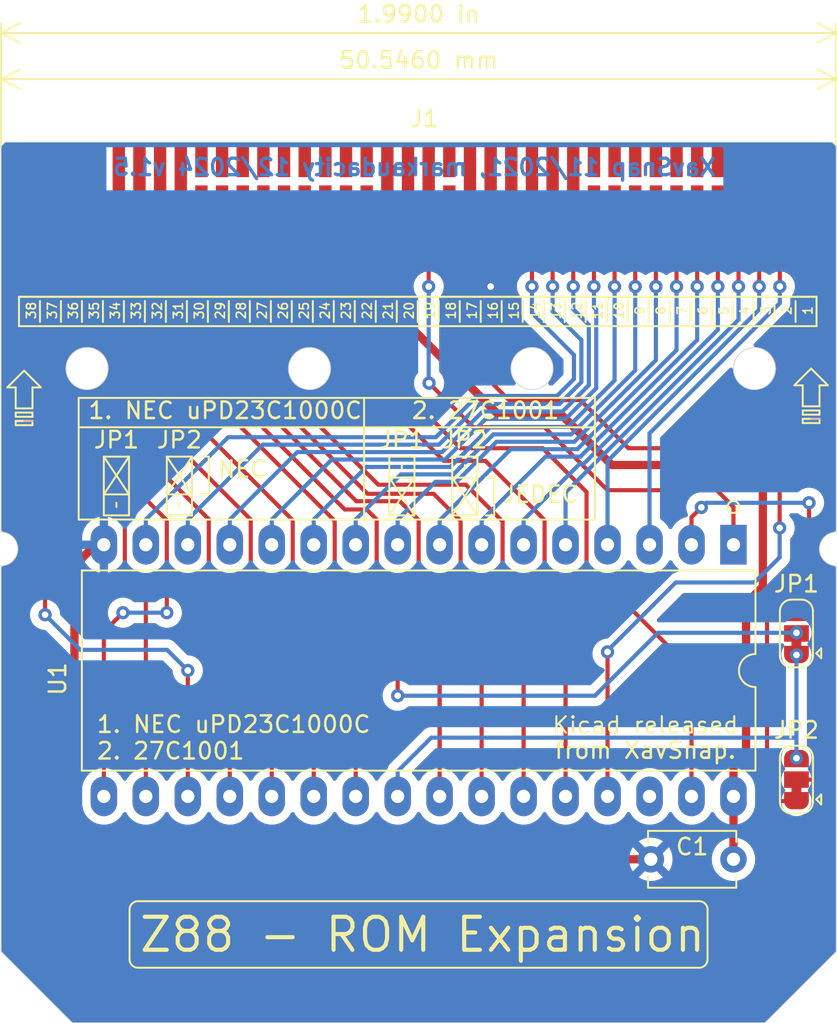
<source format=kicad_pcb>
(kicad_pcb (version 20240108) (generator "pcbnew") (generator_version "8.0")
  (layers (0 "F.Cu" signal) (31 "B.Cu" signal) (34 "B.Paste" user) (35 "F.Paste" user) (36 "B.SilkS" user "B.Silkscreen") (37 "F.SilkS" user "F.Silkscreen") (38 "B.Mask" user) (39 "F.Mask" user) (44 "Edge.Cuts" user))
  (net 0 "")
  (net 1 "GND")
  (net 2 "VCC")
  (net 3 "/D2")
  (net 4 "/D1")
  (net 5 "/A14")
  (net 6 "/D0")
  (net 7 "/A13")
  (net 8 "/A0")
  (net 9 "/A8")
  (net 10 "/A1")
  (net 11 "/A9")
  (net 12 "/A2")
  (net 13 "/A11")
  (net 14 "/A3")
  (net 15 "/A4")
  (net 16 "/A10")
  (net 17 "/A5")
  (net 18 "/A6")
  (net 19 "/D7")
  (net 20 "/A7")
  (net 21 "/D6")
  (net 22 "/A12")
  (net 23 "/D5")
  (net 24 "/A15")
  (net 25 "/D4")
  (net 26 "/A16")
  (net 27 "/D3")
  (net 28 "/~{SE1}")
  (net 29 "/Vpp")
  (net 30 "/WEL")
  (net 31 "/ROE")
  (footprint "Package_DIP:DIP-32_W15.24mm_LongPads" (layer "F.Cu") (at 160.02 87.376 -90)
    (property "Reference" "U1")
    (property "Value" "NEC_ROM")
  )
  (footprint "Capacitor_THT:C_Disc_D5.1mm_W3.2mm_P5.00mm" (layer "F.Cu") (at 155.02 106.426)
    (property "Reference" "C1")
    (property "Value" "100nF")
  )
  (footprint "Jumper:SolderJumper-3_P1.3mm_Bridged12_RoundedPad1.0x1.5mm" (layer "F.Cu") (at 163.83 101.6 90)
    (property "Reference" "JP2")
    (property "Value" "SolderJumper-3_RoundedPad1.0x1.5mm" (hide yes))
  )
  (footprint "Z88_Connector:Z88_connector" (layer "F.Cu") (at 117.826 64.117)
    (property "Reference" "J1")
    (property "Value" "Z88_connector")
  )
  (footprint "Jumper:SolderJumper-3_P1.3mm_Bridged12_RoundedPad1.0x1.5mm" (layer "F.Cu") (at 163.83 92.75 90)
    (property "Reference" "JP1")
    (property "Value" "SolderJumper-3_P1.3mm_Bridged12_RoundedPad1.0x1.5mm" (hide yes))
  )
  (gr_line (start 164.719 79.756) (end 165.227 79.756) (stroke (width 0.12)) (layer "B.SilkS"))
  (gr_line (start 117.094 79.883) (end 117.602 79.883) (stroke (width 0.12)) (layer "B.SilkS"))
  (gr_line (start 116.786 72.363) (end 116.786 74.141) (stroke (width 0.12)) (layer "F.SilkS"))
  (gr_line (start 165.046 72.363) (end 116.786 72.363) (stroke (width 0.12)) (layer "F.SilkS"))
  (gr_line (start 165.046 74.141) (end 165.046 72.617) (stroke (width 0.12)) (layer "F.SilkS"))
  (gr_line (start 116.786 74.141) (end 165.046 74.141) (stroke (width 0.12)) (layer "F.SilkS"))
  (gr_line (start 120.596 72.617) (end 120.596 73.887) (stroke (width 0.12)) (layer "F.SilkS"))
  (gr_line (start 121.866 72.617) (end 121.866 73.887) (stroke (width 0.12)) (layer "F.SilkS"))
  (gr_line (start 123.136 72.617) (end 123.136 73.887) (stroke (width 0.12)) (layer "F.SilkS"))
  (gr_line (start 119.326 72.617) (end 119.326 73.887) (stroke (width 0.12)) (layer "F.SilkS"))
  (gr_line (start 124.406 72.617) (end 124.406 73.887) (stroke (width 0.12)) (layer "F.SilkS"))
  (gr_line (start 125.676 72.617) (end 125.676 73.887) (stroke (width 0.12)) (layer "F.SilkS"))
  (gr_line (start 126.946 72.617) (end 126.946 73.887) (stroke (width 0.12)) (layer "F.SilkS"))
  (gr_line (start 128.216 72.617) (end 128.216 73.887) (stroke (width 0.12)) (layer "F.SilkS"))
  (gr_line (start 118.056 72.617) (end 118.056 73.887) (stroke (width 0.12)) (layer "F.SilkS"))
  (gr_line (start 129.486 72.617) (end 129.486 73.887) (stroke (width 0.12)) (layer "F.SilkS"))
  (gr_line (start 130.756 72.617) (end 130.756 73.887) (stroke (width 0.12)) (layer "F.SilkS"))
  (gr_line (start 132.026 72.617) (end 132.026 73.887) (stroke (width 0.12)) (layer "F.SilkS"))
  (gr_line (start 133.296 72.617) (end 133.296 73.887) (stroke (width 0.12)) (layer "F.SilkS"))
  (gr_line (start 134.566 72.617) (end 134.566 73.887) (stroke (width 0.12)) (layer "F.SilkS"))
  (gr_line (start 135.836 72.617) (end 135.836 73.887) (stroke (width 0.12)) (layer "F.SilkS"))
  (gr_line (start 137.106 72.617) (end 137.106 73.887) (stroke (width 0.12)) (layer "F.SilkS"))
  (gr_line (start 165.046 72.617) (end 165.046 72.363) (stroke (width 0.12)) (layer "F.SilkS"))
  (gr_line (start 138.376 72.617) (end 138.376 73.887) (stroke (width 0.12)) (layer "F.SilkS"))
  (gr_line (start 156.156 72.617) (end 156.156 73.887) (stroke (width 0.12)) (layer "F.SilkS"))
  (gr_line (start 161.236 72.617) (end 161.236 73.887) (stroke (width 0.12)) (layer "F.SilkS"))
  (gr_line (start 142.186 72.617) (end 142.186 73.887) (stroke (width 0.12)) (layer "F.SilkS"))
  (gr_line (start 153.616 72.617) (end 153.616 73.887) (stroke (width 0.12)) (layer "F.SilkS"))
  (gr_line (start 149.806 72.617) (end 149.806 73.887) (stroke (width 0.12)) (layer "F.SilkS"))
  (gr_line (start 152.346 72.617) (end 152.346 73.887) (stroke (width 0.12)) (layer "F.SilkS"))
  (gr_line (start 147.266 72.617) (end 147.266 73.887) (stroke (width 0.12)) (layer "F.SilkS"))
  (gr_line (start 145.996 72.617) (end 145.996 73.887) (stroke (width 0.12)) (layer "F.SilkS"))
  (gr_line (start 159.966 72.617) (end 159.966 73.887) (stroke (width 0.12)) (layer "F.SilkS"))
  (gr_line (start 140.916 72.617) (end 140.916 73.887) (stroke (width 0.12)) (layer "F.SilkS"))
  (gr_line (start 162.506 72.617) (end 162.506 73.887) (stroke (width 0.12)) (layer "F.SilkS"))
  (gr_line (start 143.456 72.617) (end 143.456 73.887) (stroke (width 0.12)) (layer "F.SilkS"))
  (gr_line (start 157.426 72.617) (end 157.426 73.887) (stroke (width 0.12)) (layer "F.SilkS"))
  (gr_line (start 158.696 72.617) (end 158.696 73.887) (stroke (width 0.12)) (layer "F.SilkS"))
  (gr_line (start 163.776 72.617) (end 163.776 73.887) (stroke (width 0.12)) (layer "F.SilkS"))
  (gr_line (start 151.076 72.617) (end 151.076 73.887) (stroke (width 0.12)) (layer "F.SilkS"))
  (gr_line (start 144.726 72.617) (end 144.726 73.887) (stroke (width 0.12)) (layer "F.SilkS"))
  (gr_line (start 148.536 72.617) (end 148.536 73.887) (stroke (width 0.12)) (layer "F.SilkS"))
  (gr_line (start 139.646 72.617) (end 139.646 73.887) (stroke (width 0.12)) (layer "F.SilkS"))
  (gr_line (start 154.886 72.617) (end 154.886 73.887) (stroke (width 0.12)) (layer "F.SilkS"))
  (gr_line (start 164.719 79.756) (end 164.211 79.756) (stroke (width 0.12)) (layer "F.SilkS"))
  (gr_line (start 165.735 77.724) (end 165.227 77.724) (stroke (width 0.12)) (layer "F.SilkS"))
  (gr_line (start 165.227 79.502) (end 164.719 79.502) (stroke (width 0.12)) (layer "F.SilkS"))
  (gr_line (start 165.227 79.756) (end 165.227 80.01) (stroke (width 0.12)) (layer "F.SilkS"))
  (gr_line (start 165.227 79.248) (end 164.719 79.248) (stroke (width 0.12)) (layer "F.SilkS"))
  (gr_line (start 165.227 77.724) (end 165.227 78.994) (stroke (width 0.12)) (layer "F.SilkS"))
  (gr_line (start 164.719 76.708) (end 165.735 77.724) (stroke (width 0.12)) (layer "F.SilkS"))
  (gr_line (start 165.227 80.01) (end 164.719 80.01) (stroke (width 0.12)) (layer "F.SilkS"))
  (gr_line (start 165.227 79.248) (end 165.227 79.502) (stroke (width 0.12)) (layer "F.SilkS"))
  (gr_line (start 165.227 78.994) (end 164.719 78.994) (stroke (width 0.12)) (layer "F.SilkS"))
  (gr_line (start 165.227 79.756) (end 164.719 79.756) (stroke (width 0.12)) (layer "F.SilkS"))
  (gr_line (start 116.586 79.629) (end 117.094 79.629) (stroke (width 0.12)) (layer "F.SilkS"))
  (gr_line (start 116.586 80.137) (end 117.094 80.137) (stroke (width 0.12)) (layer "F.SilkS"))
  (gr_line (start 116.586 77.851) (end 116.586 79.121) (stroke (width 0.12)) (layer "F.SilkS"))
  (gr_line (start 116.586 79.883) (end 117.094 79.883) (stroke (width 0.12)) (layer "F.SilkS"))
  (gr_line (start 116.078 77.851) (end 116.586 77.851) (stroke (width 0.12)) (layer "F.SilkS"))
  (gr_line (start 116.586 79.883) (end 116.586 80.137) (stroke (width 0.12)) (layer "F.SilkS"))
  (gr_line (start 117.094 76.835) (end 116.078 77.851) (stroke (width 0.12)) (layer "F.SilkS"))
  (gr_line (start 116.586 79.375) (end 117.094 79.375) (stroke (width 0.12)) (layer "F.SilkS"))
  (gr_line (start 117.094 79.883) (end 116.586 79.883) (stroke (width 0.12)) (layer "F.SilkS"))
  (gr_line (start 116.586 79.375) (end 116.586 79.629) (stroke (width 0.12)) (layer "F.SilkS"))
  (gr_line (start 116.586 79.121) (end 117.094 79.121) (stroke (width 0.12)) (layer "F.SilkS"))
  (gr_line (start 118.11 77.851) (end 117.602 77.851) (stroke (width 0.12)) (layer "F.SilkS"))
  (gr_line (start 117.602 79.629) (end 117.094 79.629) (stroke (width 0.12)) (layer "F.SilkS"))
  (gr_line (start 117.602 79.375) (end 117.094 79.375) (stroke (width 0.12)) (layer "F.SilkS"))
  (gr_line (start 117.602 77.851) (end 117.602 79.121) (stroke (width 0.12)) (layer "F.SilkS"))
  (gr_line (start 117.602 79.883) (end 117.094 79.883) (stroke (width 0.12)) (layer "F.SilkS"))
  (gr_line (start 117.602 79.121) (end 117.094 79.121) (stroke (width 0.12)) (layer "F.SilkS"))
  (gr_line (start 117.094 76.835) (end 118.11 77.851) (stroke (width 0.12)) (layer "F.SilkS"))
  (gr_line (start 117.602 80.137) (end 117.094 80.137) (stroke (width 0.12)) (layer "F.SilkS"))
  (gr_line (start 117.602 79.883) (end 117.602 80.137) (stroke (width 0.12)) (layer "F.SilkS"))
  (gr_line (start 117.602 79.375) (end 117.602 79.629) (stroke (width 0.12)) (layer "F.SilkS"))
  (gr_line (start 123.444 82.042) (end 121.92 82.042) (stroke (width 0.12)) (layer "F.SilkS"))
  (gr_line (start 121.92 84.328) (end 123.444 82.042) (stroke (width 0.12)) (layer "F.SilkS"))
  (gr_line (start 121.92 82.042) (end 123.444 84.328) (stroke (width 0.12)) (layer "F.SilkS"))
  (gr_line (start 125.73 82.042) (end 125.73 85.598) (stroke (width 0.12)) (layer "F.SilkS"))
  (gr_line (start 127.254 85.598) (end 127.254 82.042) (stroke (width 0.12)) (layer "F.SilkS"))
  (gr_line (start 126.492 85.09) (end 126.492 84.836) (stroke (width 0.12)) (layer "F.SilkS"))
  (gr_line (start 125.73 82.042) (end 127.254 84.328) (stroke (width 0.12)) (layer "F.SilkS"))
  (gr_line (start 125.73 84.328) (end 127.254 82.042) (stroke (width 0.12)) (layer "F.SilkS"))
  (gr_line (start 125.73 84.328) (end 127.254 84.328) (stroke (width 0.12)) (layer "F.SilkS"))
  (gr_line (start 127.254 82.042) (end 125.73 82.042) (stroke (width 0.12)) (layer "F.SilkS"))
  (gr_line (start 125.73 85.598) (end 127.254 85.598) (stroke (width 0.12)) (layer "F.SilkS"))
  (gr_line (start 127.762 82.042) (end 128.016 82.042) (stroke (width 0.12)) (layer "F.SilkS"))
  (gr_line (start 144.526 85.598) (end 144.526 82.042) (stroke (width 0.12)) (layer "F.SilkS"))
  (gr_line (start 143.002 82.042) (end 143.002 85.598) (stroke (width 0.12)) (layer "F.SilkS"))
  (gr_line (start 143.764 82.55) (end 143.764 82.804) (stroke (width 0.12)) (layer "F.SilkS"))
  (gr_line (start 144.526 85.598) (end 143.002 83.312) (stroke (width 0.12)) (layer "F.SilkS"))
  (gr_line (start 139.954 82.55) (end 139.954 82.804) (stroke (width 0.12)) (layer "F.SilkS"))
  (gr_line (start 144.526 83.312) (end 143.002 85.598) (stroke (width 0.12)) (layer "F.SilkS"))
  (gr_line (start 144.526 83.312) (end 143.002 83.312) (stroke (width 0.12)) (layer "F.SilkS"))
  (gr_line (start 143.002 85.598) (end 144.526 85.598) (stroke (width 0.12)) (layer "F.SilkS"))
  (gr_line (start 139.192 82.042) (end 139.192 85.598) (stroke (width 0.12)) (layer "F.SilkS"))
  (gr_line (start 140.716 85.598) (end 139.192 83.312) (stroke (width 0.12)) (layer "F.SilkS"))
  (gr_line (start 140.716 83.312) (end 139.192 85.598) (stroke (width 0.12)) (layer "F.SilkS"))
  (gr_line (start 144.526 82.042) (end 143.002 82.042) (stroke (width 0.12)) (layer "F.SilkS"))
  (gr_line (start 140.716 85.598) (end 140.716 82.042) (stroke (width 0.12)) (layer "F.SilkS"))
  (gr_line (start 145.542 85.598) (end 145.034 85.598) (stroke (width 0.12)) (layer "F.SilkS"))
  (gr_line (start 145.288 83.312) (end 145.542 83.312) (stroke (width 0.12)) (layer "F.SilkS"))
  (gr_line (start 139.192 85.598) (end 140.716 85.598) (stroke (width 0.12)) (layer "F.SilkS"))
  (gr_line (start 140.716 82.042) (end 139.192 82.042) (stroke (width 0.12)) (layer "F.SilkS"))
  (gr_line (start 145.034 83.312) (end 145.288 83.312) (stroke (width 0.12)) (layer "F.SilkS"))
  (gr_line (start 145.542 83.312) (end 145.542 85.598) (stroke (width 0.12)) (layer "F.SilkS"))
  (gr_line (start 140.716 83.312) (end 139.192 83.312) (stroke (width 0.12)) (layer "F.SilkS"))
  (gr_line (start 151.638 78.486) (end 151.638 80.264) (stroke (width 0.12)) (layer "F.SilkS"))
  (gr_line (start 120.396 78.486) (end 120.396 80.264) (stroke (width 0.12)) (layer "F.SilkS"))
  (gr_line (start 123.444 85.598) (end 123.444 82.042) (stroke (width 0.12)) (layer "F.SilkS"))
  (gr_circle (center 160.02 85.09) (end 160.274 85.344) (stroke (width 0.12)) (fill none) (layer "F.SilkS"))
  (gr_line (start 164.211 79.756) (end 164.719 79.756) (stroke (width 0.12)) (layer "F.SilkS"))
  (gr_line (start 151.638 85.852) (end 120.396 85.852) (stroke (width 0.12)) (layer "F.SilkS"))
  (gr_line (start 123.477 112.484) (end 123.477 109.472) (stroke (width 0.12)) (layer "F.SilkS"))
  (gr_line (start 158.451 109.472) (end 158.451 112.484) (stroke (width 0.12)) (layer "F.SilkS"))
  (gr_line (start 128.27 82.042) (end 128.27 84.328) (stroke (width 0.12)) (layer "F.SilkS"))
  (gr_line (start 157.943 112.992) (end 123.985 112.992) (stroke (width 0.12)) (layer "F.SilkS"))
  (gr_line (start 151.638 80.264) (end 151.638 85.852) (stroke (width 0.12)) (layer "F.SilkS"))
  (gr_line (start 164.211 80.01) (end 164.719 80.01) (stroke (width 0.12)) (layer "F.SilkS"))
  (gr_line (start 164.211 79.248) (end 164.719 79.248) (stroke (width 0.12)) (layer "F.SilkS"))
  (gr_line (start 120.396 80.264) (end 151.638 80.264) (stroke (width 0.12)) (layer "F.SilkS"))
  (gr_line (start 128.27 84.328) (end 127.762 84.328) (stroke (width 0.12)) (layer "F.SilkS"))
  (gr_arc (start 123.985 112.992) (mid 123.62579 112.84321) (end 123.477 112.484) (stroke (width 0.12)) (layer "F.SilkS"))
  (gr_line (start 116.786 72.363) (end 165.046 72.363) (stroke (width 0.12)) (layer "F.SilkS"))
  (gr_line (start 121.92 85.598) (end 123.444 85.598) (stroke (width 0.12)) (layer "F.SilkS"))
  (gr_line (start 137.668 80.264) (end 137.668 78.486) (stroke (width 0.12)) (layer "F.SilkS"))
  (gr_line (start 137.668 78.486) (end 120.396 78.486) (stroke (width 0.12)) (layer "F.SilkS"))
  (gr_arc (start 157.943 108.964) (mid 158.30221 109.11279) (end 158.451 109.472) (stroke (width 0.12)) (layer "F.SilkS"))
  (gr_line (start 164.211 79.248) (end 164.211 79.502) (stroke (width 0.12)) (layer "F.SilkS"))
  (gr_line (start 121.92 82.042) (end 121.92 85.598) (stroke (width 0.12)) (layer "F.SilkS"))
  (gr_arc (start 158.451 112.484) (mid 158.30221 112.84321) (end 157.943 112.992) (stroke (width 0.12)) (layer "F.SilkS"))
  (gr_line (start 120.396 85.852) (end 120.396 80.264) (stroke (width 0.12)) (layer "F.SilkS"))
  (gr_line (start 164.719 76.708) (end 163.703 77.724) (stroke (width 0.12)) (layer "F.SilkS"))
  (gr_line (start 163.703 77.724) (end 164.211 77.724) (stroke (width 0.12)) (layer "F.SilkS"))
  (gr_line (start 164.211 79.756) (end 164.211 80.01) (stroke (width 0.12)) (layer "F.SilkS"))
  (gr_line (start 122.682 85.09) (end 122.682 84.836) (stroke (width 0.12)) (layer "F.SilkS"))
  (gr_arc (start 123.477 109.472) (mid 123.62579 109.11279) (end 123.985 108.964) (stroke (width 0.12)) (layer "F.SilkS"))
  (gr_line (start 137.668 78.486) (end 151.638 78.486) (stroke (width 0.12)) (layer "F.SilkS"))
  (gr_line (start 123.985 108.964) (end 157.943 108.964) (stroke (width 0.12)) (layer "F.SilkS"))
  (gr_line (start 128.016 82.042) (end 128.27 82.042) (stroke (width 0.12)) (layer "F.SilkS"))
  (gr_line (start 164.211 77.724) (end 164.211 78.994) (stroke (width 0.12)) (layer "F.SilkS"))
  (gr_line (start 121.92 84.328) (end 123.444 84.328) (stroke (width 0.12)) (layer "F.SilkS"))
  (gr_line (start 164.211 78.994) (end 164.719 78.994) (stroke (width 0.12)) (layer "F.SilkS"))
  (gr_line (start 164.211 79.502) (end 164.719 79.502) (stroke (width 0.12)) (layer "F.SilkS"))
  (gr_line (start 137.668 80.264) (end 137.668 85.852) (stroke (width 0.12)) (layer "F.SilkS"))
  (gr_circle (center 147.828 76.708) (end 149.098 76.708) (stroke (width 0.05)) (fill none) (layer "Edge.Cuts"))
  (gr_line (start 165.989 62.992) (end 166.243 63.246) (stroke (width 0.05)) (layer "Edge.Cuts"))
  (gr_line (start 115.697 63.246) (end 115.951 62.992) (stroke (width 0.05)) (layer "Edge.Cuts"))
  (gr_line (start 115.697 88.646) (end 115.697 112.014) (stroke (width 0.05)) (layer "Edge.Cuts"))
  (gr_line (start 166.243 63.246) (end 166.243 86.614) (stroke (width 0.05)) (layer "Edge.Cuts"))
  (gr_line (start 166.243 112.014) (end 166.243 88.646) (stroke (width 0.05)) (layer "Edge.Cuts"))
  (gr_line (start 161.925 116.332) (end 120.015 116.332) (stroke (width 0.05)) (layer "Edge.Cuts"))
  (gr_line (start 115.951 62.992) (end 165.989 62.992) (stroke (width 0.05)) (layer "Edge.Cuts"))
  (gr_circle (center 134.366 76.708) (end 135.636 76.708) (stroke (width 0.05)) (fill none) (layer "Edge.Cuts"))
  (gr_line (start 115.697 86.614) (end 115.697 63.246) (stroke (width 0.05)) (layer "Edge.Cuts"))
  (gr_arc (start 166.243 88.646) (mid 165.227 87.63) (end 166.243 86.614) (stroke (width 0.05)) (layer "Edge.Cuts"))
  (gr_circle (center 120.904 76.708) (end 122.174 76.708) (stroke (width 0.05)) (fill none) (layer "Edge.Cuts"))
  (gr_line (start 166.243 112.014) (end 161.925 116.332) (stroke (width 0.05)) (layer "Edge.Cuts"))
  (gr_circle (center 161.29 76.708) (end 162.56 76.708) (stroke (width 0.05)) (fill none) (layer "Edge.Cuts"))
  (gr_arc (start 115.697 86.614) (mid 116.713 87.63) (end 115.697 88.646) (stroke (width 0.05)) (layer "Edge.Cuts"))
  (gr_line (start 115.697 112.014) (end 120.015 116.332) (stroke (width 0.05)) (layer "Edge.Cuts"))
  (gr_text "XavSnap 11/2021, markaudacity 12/2024 v1.5" (at 140.716 64.516 0) (layer "B.Cu") (effects (font (size 1 1) (thickness 0.2)) (justify mirror)))
  (gr_text "1" (at 164.522 73.195 90) (layer "F.SilkS") (effects (font (size 0.55 0.55) (thickness 0.1))))
  (gr_text "37" (at 118.802 73.195 90) (layer "F.SilkS") (effects (font (size 0.55 0.55) (thickness 0.1))))
  (gr_text "JP2" (at 126.492 81.026 0) (layer "F.SilkS") (effects (font (size 1 1))))
  (gr_text "JP1" (at 139.954 81.026 0) (layer "F.SilkS") (effects (font (size 1 1))))
  (gr_text "JP2" (at 143.764 81.026 0) (layer "F.SilkS") (effects (font (size 1 1))))
  (gr_text "2. 27C1001" (at 140.462 79.248 0) (layer "F.SilkS") (effects (font (size 1 1)) (justify left)))
  (gr_text "6" (at 158.172 73.195 90) (layer "F.SilkS") (effects (font (size 0.55 0.55) (thickness 0.1))))
  (gr_text "18" (at 142.932 73.195 90) (layer "F.SilkS") (effects (font (size 0.55 0.55) (thickness 0.1))))
  (gr_text "22" (at 137.852 73.195 90) (layer "F.SilkS") (effects (font (size 0.55 0.55) (thickness 0.1))))
  (gr_text "8" (at 155.632 73.195 90) (layer "F.SilkS") (effects (font (size 0.55 0.55) (thickness 0.1))))
  (gr_text "16" (at 145.472 73.195 90) (layer "F.SilkS") (effects (font (size 0.55 0.55) (thickness 0.1))))
  (gr_text "2" (at 163.252 73.195 90) (layer "F.SilkS") (effects (font (size 0.55 0.55) (thickness 0.1))))
  (gr_text "from XavSnap." (at 154.686 99.822 0) (layer "F.SilkS") (effects (font (size 1 1))))
  (gr_text "4" (at 160.712 73.195 90) (layer "F.SilkS") (effects (font (size 0.55 0.55) (thickness 0.1))))
  (gr_text "JP1" (at 122.682 81.026 0) (layer "F.SilkS") (effects (font (size 1 1))))
  (gr_text "33" (at 123.882 73.195 90) (layer "F.SilkS") (effects (font (size 0.55 0.55) (thickness 0.1))))
  (gr_text "1. NEC uPD23C1000C\n2. 27C1001" (at 121.412 99.06 0) (layer "F.SilkS") (effects (font (size 1 1)) (justify left)))
  (gr_text "26" (at 132.772 73.195 90) (layer "F.SilkS") (effects (font (size 0.55 0.55) (thickness 0.1))))
  (gr_text "9" (at 154.362 73.195 90) (layer "F.SilkS") (effects (font (size 0.55 0.55) (thickness 0.1))))
  (gr_text "12" (at 150.552 73.195 90) (layer "F.SilkS") (effects (font (size 0.55 0.55) (thickness 0.1))))
  (gr_text "19" (at 141.662 73.195 90) (layer "F.SilkS") (effects (font (size 0.55 0.55) (thickness 0.1))))
  (gr_text "17" (at 144.202 73.195 90) (layer "F.SilkS") (effects (font (size 0.55 0.55) (thickness 0.1))))
  (gr_text "3" (at 161.982 73.195 90) (layer "F.SilkS") (effects (font (size 0.55 0.55) (thickness 0.1))))
  (gr_text "Z88 - ROM Expansion" (at 141.201 110.992 0) (layer "F.SilkS") (effects (font (size 2 2) (thickness 0.25))))
  (gr_text "14" (at 148.012 73.195 90) (layer "F.SilkS") (effects (font (size 0.55 0.55) (thickness 0.1))))
  (gr_text "10" (at 153.092 73.195 90) (layer "F.SilkS") (effects (font (size 0.55 0.55) (thickness 0.1))))
  (gr_text "15" (at 146.742 73.195 90) (layer "F.SilkS") (effects (font (size 0.55 0.55) (thickness 0.1))))
  (gr_text "36" (at 120.072 73.195 90) (layer "F.SilkS") (effects (font (size 0.55 0.55) (thickness 0.1))))
  (gr_text "24" (at 135.312 73.195 90) (layer "F.SilkS") (effects (font (size 0.55 0.55) (thickness 0.1))))
  (gr_text "30" (at 127.692 73.195 90) (layer "F.SilkS") (effects (font (size 0.55 0.55) (thickness 0.1))))
  (gr_text "Kicad released" (at 154.686 98.298 0) (layer "F.SilkS") (effects (font (size 1 1) (thickness 0.125))))
  (gr_text "27" (at 131.502 73.195 90) (layer "F.SilkS") (effects (font (size 0.55 0.55) (thickness 0.1))))
  (gr_text "38" (at 117.532 73.195 90) (layer "F.SilkS") (effects (font (size 0.55 0.55) (thickness 0.1))))
  (gr_text "23" (at 136.582 73.195 90) (layer "F.SilkS") (effects (font (size 0.55 0.55) (thickness 0.1))))
  (gr_text "21" (at 139.122 73.195 90) (layer "F.SilkS") (effects (font (size 0.55 0.55) (thickness 0.1))))
  (gr_text "5" (at 159.442 73.195 90) (layer "F.SilkS") (effects (font (size 0.55 0.55) (thickness 0.1))))
  (gr_text "JEDEC" (at 148.336 84.328 0) (layer "F.SilkS") (effects (font (size 1 1))))
  (gr_text "20" (at 140.392 73.195 90) (layer "F.SilkS") (effects (font (size 0.55 0.55) (thickness 0.1))))
  (gr_text "13" (at 149.282 73.195 90) (layer "F.SilkS") (effects (font (size 0.55 0.55) (thickness 0.1))))
  (gr_text "NEC" (at 130.302 82.804 0) (layer "F.SilkS") (effects (font (size 1 1))))
  (gr_text "1. NEC uPD23C1000C" (at 120.904 79.248 0) (layer "F.SilkS") (effects (font (size 1 1)) (justify left)))
  (gr_text "31" (at 126.422 73.195 90) (layer "F.SilkS") (effects (font (size 0.55 0.55) (thickness 0.1))))
  (gr_text "7" (at 156.902 73.195 90) (layer "F.SilkS") (effects (font (size 0.55 0.55) (thickness 0.1))))
  (gr_text "35" (at 121.342 73.195 90) (layer "F.SilkS") (effects (font (size 0.55 0.55) (thickness 0.1))))
  (gr_text "34" (at 122.612 73.195 90) (layer "F.SilkS") (effects (font (size 0.55 0.55) (thickness 0.1))))
  (gr_text "32" (at 125.152 73.195 90) (layer "F.SilkS") (effects (font (size 0.55 0.55) (thickness 0.1))))
  (gr_text "11" (at 151.822 73.195 90) (layer "F.SilkS") (effects (font (size 0.55 0.55) (thickness 0.1))))
  (gr_text "25" (at 134.042 73.195 90) (layer "F.SilkS") (effects (font (size 0.55 0.55) (thickness 0.1))))
  (gr_text "28" (at 130.232 73.195 90) (layer "F.SilkS") (effects (font (size 0.55 0.55) (thickness 0.1))))
  (gr_text "29" (at 128.962 73.195 90) (layer "F.SilkS") (effects (font (size 0.55 0.55) (thickness 0.1))))
  (dimension (type aligned) (layer "F.SilkS") (pts (xy 166.243 63.246) (xy 115.697 63.246)) (height 6.858) (gr_text "1.9900 in" (at 140.97 55.238 0) (layer "F.SilkS") (effects (font (size 1 1) (thickness 0.15)))) (format (prefix "") (suffix "") (units 0) (units_format 1) (precision 4)) (style (thickness 0.12) (arrow_length 1.27) (text_position_mode 0) (extension_height 0.58642) (extension_offset 0) keep_text_aligned))
  (dimension (type aligned) (layer "F.SilkS") (pts (xy 115.697 63.246) (xy 166.243 63.246)) (height -4.063999) (gr_text "50.5460 mm" (at 140.97 58.032001 0) (layer "F.SilkS") (effects (font (size 1 1) (thickness 0.15)))) (format (prefix "") (suffix "") (units 3) (units_format 1) (precision 4)) (style (thickness 0.12) (arrow_length 1.27) (text_position_mode 0) (extension_height 0.58642) (extension_offset 0) keep_text_aligned))
  (segment (start 120.142 88.646) (end 120.142 104.648) (width 0.5) (layer "F.Cu") (net 1))
  (segment (start 145.326 71.742) (end 144.701 71.742) (width 0.5) (layer "F.Cu") (net 1))
  (segment (start 121.92 87.376) (end 121.412 87.376) (width 0.5) (layer "F.Cu") (net 1))
  (segment (start 121.92 106.426) (end 155.02 106.426) (width 0.5) (layer "F.Cu") (net 1))
  (segment (start 144.076 71.117) (end 144.076 66.867) (width 0.5) (layer "F.Cu") (net 1))
  (segment (start 145.326 66.867) (end 145.326 71.742) (width 0.5) (layer "F.Cu") (net 1))
  (segment (start 121.412 87.376) (end 120.142 88.646) (width 0.5) (layer "F.Cu") (net 1))
  (segment (start 120.142 104.648) (end 121.92 106.426) (width 0.5) (layer "F.Cu") (net 1))
  (segment (start 144.701 71.742) (end 144.076 71.117) (width 0.5) (layer "F.Cu") (net 1))
  (via (at 145.326 71.742) (size 0.8) (drill 0.4) (layers "F.Cu" "B.Cu") (net 1))
  (segment (start 149.606 79.502) (end 145.796 79.502) (width 0.5) (layer "F.Cu") (net 2))
  (segment (start 140.335 72.517) (end 140.335 69.215) (width 0.5) (layer "F.Cu") (net 2))
  (segment (start 160.02 100.838) (end 160.782 100.076) (width 0.5) (layer "F.Cu") (net 2))
  (segment (start 160.782 100.076) (end 160.782 90.932) (width 0.5) (layer "F.Cu") (net 2))
  (segment (start 139.065 71.247) (end 140.335 72.517) (width 0.5) (layer "F.Cu") (net 2))
  (segment (start 160.02 102.616) (end 160.02 100.838) (width 0.5) (layer "F.Cu") (net 2))
  (segment (start 152.654 82.55) (end 149.606 79.502) (width 0.5) (layer "F.Cu") (net 2))
  (segment (start 161.798 83.312) (end 161.036 82.55) (width 0.5) (layer "F.Cu") (net 2))
  (segment (start 160.782 90.932) (end 161.798 89.916) (width 0.5) (layer "F.Cu") (net 2))
  (segment (start 161.798 89.916) (end 161.798 83.312) (width 0.5) (layer "F.Cu") (net 2))
  (segment (start 161.036 82.55) (end 152.654 82.55) (width 0.5) (layer "F.Cu") (net 2))
  (segment (start 145.796 79.502) (end 140.335 74.041) (width 0.5) (layer "F.Cu") (net 2))
  (segment (start 140.335 74.041) (end 140.335 72.517) (width 0.5) (layer "F.Cu") (net 2))
  (segment (start 160.02 102.616) (end 160.02 106.172) (width 0.5) (layer "F.Cu") (net 2))
  (segment (start 139.065 69.215) (end 139.065 71.247) (width 0.5) (layer "F.Cu") (net 2))
  (segment (start 147.826 71.742) (end 147.826 69.117) (width 0.25) (layer "F.Cu") (net 3))
  (via (at 147.826 71.742) (size 0.8) (drill 0.4) (layers "F.Cu" "B.Cu") (net 3))
  (segment (start 150.368 75.884305) (end 150.368 77.34159) (width 0.25) (layer "B.Cu") (net 3))
  (segment (start 142.01483 80.86594) (end 129.44606 80.86594) (width 0.25) (layer "B.Cu") (net 3))
  (segment (start 147.826 73.342305) (end 150.368 75.884305) (width 0.25) (layer "B.Cu") (net 3))
  (segment (start 150.368 77.34159) (end 149.34259 78.367) (width 0.25) (layer "B.Cu") (net 3))
  (segment (start 124.46 85.852) (end 124.46 87.376) (width 0.25) (layer "B.Cu") (net 3))
  (segment (start 147.826 71.742) (end 147.826 73.342305) (width 0.25) (layer "B.Cu") (net 3))
  (segment (start 144.51377 78.367) (end 142.01483 80.86594) (width 0.25) (layer "B.Cu") (net 3))
  (segment (start 129.44606 80.86594) (end 124.46 85.852) (width 0.25) (layer "B.Cu") (net 3))
  (segment (start 149.34259 78.367) (end 144.51377 78.367) (width 0.25) (layer "B.Cu") (net 3))
  (segment (start 149.076 71.742) (end 149.076 69.117) (width 0.25) (layer "F.Cu") (net 4))
  (via (at 149.076 71.742) (size 0.8) (drill 0.4) (layers "F.Cu" "B.Cu") (net 4))
  (segment (start 127 85.852) (end 127 87.376) (width 0.25) (layer "B.Cu") (net 4))
  (segment (start 150.818 77.527986) (end 149.490005 78.855981) (width 0.25) (layer "B.Cu") (net 4))
  (segment (start 149.076 71.742) (end 149.076 73.242) (width 0.25) (layer "B.Cu") (net 4))
  (segment (start 150.818 74.984) (end 150.818 77.527986) (width 0.25) (layer "B.Cu") (net 4))
  (segment (start 149.076 73.242) (end 150.818 74.984) (width 0.25) (layer "B.Cu") (net 4))
  (segment (start 149.490005 78.855981) (end 144.661199 78.855981) (width 0.25) (layer "B.Cu") (net 4))
  (segment (start 142.20123 81.31595) (end 131.53605 81.31595) (width 0.25) (layer "B.Cu") (net 4))
  (segment (start 144.661199 78.855981) (end 142.20123 81.31595) (width 0.25) (layer "B.Cu") (net 4))
  (segment (start 131.53605 81.31595) (end 127 85.852) (width 0.25) (layer "B.Cu") (net 4))
  (segment (start 145.161 77.343) (end 146.435 78.617) (width 0.25) (layer "F.Cu") (net 5))
  (segment (start 161.798 81.534) (end 162.814 82.55) (width 0.25) (layer "F.Cu") (net 5))
  (segment (start 146.435 78.617) (end 150.753 78.617) (width 0.25) (layer "F.Cu") (net 5))
  (segment (start 153.67 81.534) (end 161.798 81.534) (width 0.25) (layer "F.Cu") (net 5))
  (segment (start 145.161 74.061) (end 145.161 77.343) (width 0.25) (layer "F.Cu") (net 5))
  (segment (start 152.4 102.616) (end 152.4 93.867) (width 0.25) (layer "F.Cu") (net 5))
  (segment (start 142.826 68.117) (end 142.826 71.726) (width 0.25) (layer "F.Cu") (net 5))
  (segment (start 142.826 71.726) (end 145.161 74.061) (width 0.25) (layer "F.Cu") (net 5))
  (segment (start 162.814 82.55) (end 162.814 86.36) (width 0.25) (layer "F.Cu") (net 5))
  (segment (start 150.753 78.617) (end 153.67 81.534) (width 0.25) (layer "F.Cu") (net 5))
  (via (at 152.4 93.867) (size 0.8) (drill 0.4) (layers "F.Cu" "B.Cu") (net 5))
  (via (at 162.814 86.36) (size 0.8) (drill 0.4) (layers "F.Cu" "B.Cu") (net 5))
  (segment (start 152.4 93.867) (end 152.4 93.793) (width 0.25) (layer "B.Cu") (net 5))
  (segment (start 162.814 88.138) (end 162.814 86.36) (width 0.25) (layer "B.Cu") (net 5))
  (segment (start 152.4 93.793) (end 156.531 89.662) (width 0.25) (layer "B.Cu") (net 5))
  (segment (start 156.531 89.662) (end 161.29 89.662) (width 0.25) (layer "B.Cu") (net 5))
  (segment (start 161.29 89.662) (end 162.814 88.138) (width 0.25) (layer "B.Cu") (net 5))
  (segment (start 150.326 71.742) (end 150.326 69.117) (width 0.25) (layer "F.Cu") (net 6))
  (via (at 150.326 71.742) (size 0.8) (drill 0.4) (layers "F.Cu" "B.Cu") (net 6))
  (segment (start 151.268 74.059) (end 151.268 77.714382) (width 0.25) (layer "B.Cu") (net 6))
  (segment (start 133.62604 81.76596) (end 129.54 85.852) (width 0.25) (layer "B.Cu") (net 6))
  (segment (start 150.326 71.742) (end 150.326 73.117) (width 0.25) (layer "B.Cu") (net 6))
  (segment (start 150.326 73.117) (end 151.268 74.059) (width 0.25) (layer "B.Cu") (net 6))
  (segment (start 149.676392 79.30599) (end 144.8476 79.30599) (width 0.25) (layer "B.Cu") (net 6))
  (segment (start 142.38763 81.76596) (end 133.62604 81.76596) (width 0.25) (layer "B.Cu") (net 6))
  (segment (start 129.54 85.852) (end 129.54 87.376) (width 0.25) (layer "B.Cu") (net 6))
  (segment (start 151.268 77.714382) (end 149.676392 79.30599) (width 0.25) (layer "B.Cu") (net 6))
  (segment (start 144.8476 79.30599) (end 142.38763 81.76596) (width 0.25) (layer "B.Cu") (net 6))
  (segment (start 148.59 85.881) (end 145.005 82.296) (width 0.25) (layer "F.Cu") (net 7))
  (segment (start 149.86 95.25) (end 149.86 95.026) (width 0.25) (layer "F.Cu") (net 7))
  (segment (start 149.86 102.616) (end 149.86 95.25) (width 0.25) (layer "F.Cu") (net 7))
  (segment (start 149.86 95.25) (end 149.86 100.584) (width 0.25) (layer "F.Cu") (net 7))
  (segment (start 149.86 95.026) (end 148.59 93.756) (width 0.25) (layer "F.Cu") (net 7))
  (segment (start 145.005 82.296) (end 142.494 82.296) (width 0.25) (layer "F.Cu") (net 7))
  (segment (start 148.59 93.756) (end 148.59 85.881) (width 0.25) (layer "F.Cu") (net 7))
  (segment (start 136.576 76.378) (end 136.576 68.117) (width 0.25) (layer "F.Cu") (net 7))
  (segment (start 142.494 82.296) (end 136.576 76.378) (width 0.25) (layer "F.Cu") (net 7))
  (segment (start 151.576 71.742) (end 151.576 68.117) (width 0.25) (layer "F.Cu") (net 8))
  (via (at 151.576 71.742) (size 0.8) (drill 0.4) (layers "F.Cu" "B.Cu") (net 8))
  (segment (start 149.862778 79.756) (end 145.034 79.756) (width 0.25) (layer "B.Cu") (net 8))
  (segment (start 145.034 79.756) (end 142.57403 82.21597) (width 0.25) (layer "B.Cu") (net 8))
  (segment (start 151.718 73.134) (end 151.718 77.900778) (width 0.25) (layer "B.Cu") (net 8))
  (segment (start 151.576 71.742) (end 151.576 72.992) (width 0.25) (layer "B.Cu") (net 8))
  (segment (start 132.08 85.852) (end 132.08 87.376) (width 0.25) (layer "B.Cu") (net 8))
  (segment (start 151.576 72.992) (end 151.718 73.134) (width 0.25) (layer "B.Cu") (net 8))
  (segment (start 142.57403 82.21597) (end 135.71603 82.21597) (width 0.25) (layer "B.Cu") (net 8))
  (segment (start 151.718 77.900778) (end 149.862778 79.756) (width 0.25) (layer "B.Cu") (net 8))
  (segment (start 135.71603 82.21597) (end 132.08 85.852) (width 0.25) (layer "B.Cu") (net 8))
  (segment (start 132.588 74.48) (end 135.326 71.742) (width 0.25) (layer "F.Cu") (net 9))
  (segment (start 146.05 93.716) (end 146.05 85.966) (width 0.25) (layer "F.Cu") (net 9))
  (segment (start 138.5285 83.742) (end 132.588 77.8015) (width 0.25) (layer "F.Cu") (net 9))
  (segment (start 147.32 100.838) (end 147.32 95.758) (width 0.25) (layer "F.Cu") (net 9))
  (segment (start 143.826 83.742) (end 138.5285 83.742) (width 0.25) (layer "F.Cu") (net 9))
  (segment (start 147.32 95.758) (end 147.32 94.986) (width 0.25) (layer "F.Cu") (net 9))
  (segment (start 147.32 102.616) (end 147.32 95.758) (width 0.25) (layer "F.Cu") (net 9))
  (segment (start 147.32 94.986) (end 146.05 93.716) (width 0.25) (layer "F.Cu") (net 9))
  (segment (start 132.588 77.8015) (end 132.588 74.48) (width 0.25) (layer "F.Cu") (net 9))
  (segment (start 146.05 85.966) (end 143.826 83.742) (width 0.25) (layer "F.Cu") (net 9))
  (segment (start 135.326 71.742) (end 135.326 68.117) (width 0.25) (layer "F.Cu") (net 9))
  (segment (start 152.826 71.742) (end 152.826 68.117) (width 0.25) (layer "F.Cu") (net 10))
  (via (at 152.826 71.742) (size 0.8) (drill 0.4) (layers "F.Cu" "B.Cu") (net 10))
  (segment (start 152.826 71.742) (end 152.826 77.429174) (width 0.25) (layer "B.Cu") (net 10))
  (segment (start 150.013214 80.24196) (end 145.30722 80.24196) (width 0.25) (layer "B.Cu") (net 10))
  (segment (start 134.62 85.852) (end 134.62 87.376) (width 0.25) (layer "B.Cu") (net 10))
  (segment (start 137.80602 82.66598) (end 134.62 85.852) (width 0.25) (layer "B.Cu") (net 10))
  (segment (start 152.826 77.429174) (end 150.013214 80.24196) (width 0.25) (layer "B.Cu") (net 10))
  (segment (start 142.8832 82.66598) (end 137.80602 82.66598) (width 0.25) (layer "B.Cu") (net 10))
  (segment (start 145.30722 80.24196) (end 142.8832 82.66598) (width 0.25) (layer "B.Cu") (net 10))
  (segment (start 143.51 93.801) (end 143.51 85.926) (width 0.25) (layer "F.Cu") (net 11))
  (segment (start 131.826 78.242) (end 131.826 73.992) (width 0.25) (layer "F.Cu") (net 11))
  (segment (start 134.076 71.742) (end 134.076 68.117) (width 0.25) (layer "F.Cu") (net 11))
  (segment (start 131.826 73.992) (end 134.076 71.742) (width 0.25) (layer "F.Cu") (net 11))
  (segment (start 144.78 95.071) (end 143.51 93.801) (width 0.25) (layer "F.Cu") (net 11))
  (segment (start 137.876 84.292) (end 131.826 78.242) (width 0.25) (layer "F.Cu") (net 11))
  (segment (start 141.876 84.292) (end 137.876 84.292) (width 0.25) (layer "F.Cu") (net 11))
  (segment (start 144.78 102.616) (end 144.78 95.071) (width 0.25) (layer "F.Cu") (net 11))
  (segment (start 143.51 85.926) (end 141.876 84.292) (width 0.25) (layer "F.Cu") (net 11))
  (segment (start 154.076 71.742) (end 154.076 68.117) (width 0.25) (layer "F.Cu") (net 12))
  (via (at 154.076 71.742) (size 0.8) (drill 0.4) (layers "F.Cu" "B.Cu") (net 12))
  (segment (start 154.076 76.81557) (end 150.1996 80.69197) (width 0.25) (layer "B.Cu") (net 12))
  (segment (start 145.49362 80.69197) (end 143.0696 83.11599) (width 0.25) (layer "B.Cu") (net 12))
  (segment (start 137.16 85.852) (end 137.16 87.376) (width 0.25) (layer "B.Cu") (net 12))
  (segment (start 154.076 71.742) (end 154.076 76.81557) (width 0.25) (layer "B.Cu") (net 12))
  (segment (start 139.89601 83.11599) (end 137.16 85.852) (width 0.25) (layer "B.Cu") (net 12))
  (segment (start 150.1996 80.69197) (end 145.49362 80.69197) (width 0.25) (layer "B.Cu") (net 12))
  (segment (start 143.0696 83.11599) (end 139.89601 83.11599) (width 0.25) (layer "B.Cu") (net 12))
  (segment (start 140.97 93.761) (end 140.97 85.886) (width 0.25) (layer "F.Cu") (net 13))
  (segment (start 131.064 78.605) (end 131.064 73.504) (width 0.25) (layer "F.Cu") (net 13))
  (segment (start 142.24 95.758) (end 142.24 95.031) (width 0.25) (layer "F.Cu") (net 13))
  (segment (start 131.064 73.504) (end 132.826 71.742) (width 0.25) (layer "F.Cu") (net 13))
  (segment (start 142.24 102.616) (end 142.24 95.758) (width 0.25) (layer "F.Cu") (net 13))
  (segment (start 137.201 84.742) (end 131.064 78.605) (width 0.25) (layer "F.Cu") (net 13))
  (segment (start 142.24 95.758) (end 142.24 100.584) (width 0.25) (layer "F.Cu") (net 13))
  (segment (start 139.826 84.742) (end 137.201 84.742) (width 0.25) (layer "F.Cu") (net 13))
  (segment (start 142.24 95.031) (end 140.97 93.761) (width 0.25) (layer "F.Cu") (net 13))
  (segment (start 140.97 85.886) (end 139.826 84.742) (width 0.25) (layer "F.Cu") (net 13))
  (segment (start 132.826 71.742) (end 132.826 68.117) (width 0.25) (layer "F.Cu") (net 13))
  (segment (start 155.326 71.742) (end 155.326 68.117) (width 0.25) (layer "F.Cu") (net 14))
  (via (at 155.326 71.742) (size 0.8) (drill 0.4) (layers "F.Cu" "B.Cu") (net 14))
  (segment (start 141.986 83.566) (end 139.7 85.852) (width 0.25) (layer "B.Cu") (net 14))
  (segment (start 155.326 76.201966) (end 150.385986 81.14198) (width 0.25) (layer "B.Cu") (net 14))
  (segment (start 150.385986 81.14198) (end 145.68002 81.14198) (width 0.25) (layer "B.Cu") (net 14))
  (segment (start 139.7 85.852) (end 139.7 87.376) (width 0.25) (layer "B.Cu") (net 14))
  (segment (start 145.68002 81.14198) (end 143.256 83.566) (width 0.25) (layer "B.Cu") (net 14))
  (segment (start 155.326 71.742) (end 155.326 76.201966) (width 0.25) (layer "B.Cu") (net 14))
  (segment (start 143.256 83.566) (end 141.986 83.566) (width 0.25) (layer "B.Cu") (net 14))
  (segment (start 156.576 71.742) (end 156.576 68.117) (width 0.25) (layer "F.Cu") (net 15))
  (via (at 156.576 71.742) (size 0.8) (drill 0.4) (layers "F.Cu" "B.Cu") (net 15))
  (segment (start 156.576 71.742) (end 156.576 75.588362) (width 0.25) (layer "B.Cu") (net 15))
  (segment (start 150.572382 81.59198) (end 146.546225 81.59198) (width 0.25) (layer "B.Cu") (net 15))
  (segment (start 156.576 75.588362) (end 150.572382 81.59198) (width 0.25) (layer "B.Cu") (net 15))
  (segment (start 142.24 85.898205) (end 142.24 87.376) (width 0.25) (layer "B.Cu") (net 15))
  (segment (start 146.546225 81.59198) (end 142.24 85.898205) (width 0.25) (layer "B.Cu") (net 15))
  (segment (start 129.076 79.117) (end 129.076 68.117) (width 0.25) (layer "F.Cu") (net 16))
  (segment (start 135.89 85.931) (end 129.076 79.117) (width 0.25) (layer "F.Cu") (net 16))
  (segment (start 137.16 102.616) (end 137.16 94.951) (width 0.25) (layer "F.Cu") (net 16))
  (segment (start 135.89 93.681) (end 135.89 85.931) (width 0.25) (layer "F.Cu") (net 16))
  (segment (start 137.16 94.951) (end 135.89 93.681) (width 0.25) (layer "F.Cu") (net 16))
  (segment (start 157.826 71.742) (end 157.826 68.117) (width 0.25) (layer "F.Cu") (net 17))
  (via (at 157.826 71.742) (size 0.8) (drill 0.4) (layers "F.Cu" "B.Cu") (net 17))
  (segment (start 157.826 71.742) (end 157.826 74.974758) (width 0.25) (layer "B.Cu") (net 17))
  (segment (start 144.78 85.913) (end 144.78 87.376) (width 0.25) (layer "B.Cu") (net 17))
  (segment (start 150.758758 82.042) (end 148.651 82.042) (width 0.25) (layer "B.Cu") (net 17))
  (segment (start 157.826 74.974758) (end 150.758758 82.042) (width 0.25) (layer "B.Cu") (net 17))
  (segment (start 148.651 82.042) (end 144.78 85.913) (width 0.25) (layer "B.Cu") (net 17))
  (segment (start 159.076 71.742) (end 159.076 68.117) (width 0.25) (layer "F.Cu") (net 18))
  (via (at 159.076 71.742) (size 0.8) (drill 0.4) (layers "F.Cu" "B.Cu") (net 18))
  (segment (start 147.32 85.873) (end 147.32 87.376) (width 0.25) (layer "B.Cu") (net 18))
  (segment (start 150.945154 82.492) (end 150.701 82.492) (width 0.25) (layer "B.Cu") (net 18))
  (segment (start 159.076 74.361154) (end 150.945154 82.492) (width 0.25) (layer "B.Cu") (net 18))
  (segment (start 150.701 82.492) (end 147.32 85.873) (width 0.25) (layer "B.Cu") (net 18))
  (segment (start 159.076 71.742) (end 159.076 74.361154) (width 0.25) (layer "B.Cu") (net 18))
  (segment (start 132.08 94.996) (end 130.81 93.726) (width 0.25) (layer "F.Cu") (net 19))
  (segment (start 126.576 81.617) (end 126.576 69.117) (width 0.25) (layer "F.Cu") (net 19))
  (segment (start 130.81 85.851) (end 126.576 81.617) (width 0.25) (layer "F.Cu") (net 19))
  (segment (start 132.08 102.616) (end 132.08 94.996) (width 0.25) (layer "F.Cu") (net 19))
  (segment (start 130.81 93.726) (end 130.81 85.851) (width 0.25) (layer "F.Cu") (net 19))
  (segment (start 160.326 71.742) (end 160.326 68.117) (width 0.25) (layer "F.Cu") (net 20))
  (via (at 160.326 71.742) (size 0.8) (drill 0.4) (layers "F.Cu" "B.Cu") (net 20))
  (segment (start 149.86 84.21355) (end 149.86 87.376) (width 0.25) (layer "B.Cu") (net 20))
  (segment (start 160.326 73.74755) (end 149.86 84.21355) (width 0.25) (layer "B.Cu") (net 20))
  (segment (start 160.326 71.742) (end 160.326 73.74755) (width 0.25) (layer "B.Cu") (net 20))
  (segment (start 128.27 85.8335) (end 128.27 93.686) (width 0.25) (layer "F.Cu") (net 21))
  (segment (start 128.27 93.686) (end 129.54 94.956) (width 0.25) (layer "F.Cu") (net 21))
  (segment (start 125.326 82.8895) (end 128.27 85.8335) (width 0.25) (layer "F.Cu") (net 21))
  (segment (start 129.54 94.956) (end 129.54 102.616) (width 0.25) (layer "F.Cu") (net 21))
  (segment (start 125.326 69.117) (end 125.326 82.8895) (width 0.25) (layer "F.Cu") (net 21))
  (segment (start 161.576 71.742) (end 161.576 68.117) (width 0.25) (layer "F.Cu") (net 22))
  (via (at 161.576 71.742) (size 0.8) (drill 0.4) (layers "F.Cu" "B.Cu") (net 22))
  (segment (start 152.4 82.309946) (end 152.4 87.376) (width 0.25) (layer "B.Cu") (net 22))
  (segment (start 161.576 71.742) (end 161.576 73.133946) (width 0.25) (layer "B.Cu") (net 22))
  (segment (start 161.576 73.133946) (end 152.4 82.309946) (width 0.25) (layer "B.Cu") (net 22))
  (segment (start 127 94.992) (end 127 102.616) (width 0.25) (layer "F.Cu") (net 23))
  (segment (start 118.364 74.954) (end 121.576 71.742) (width 0.25) (layer "F.Cu") (net 23))
  (segment (start 121.576 71.742) (end 121.576 69.117) (width 0.25) (layer "F.Cu") (net 23))
  (segment (start 118.364 91.617) (end 118.364 74.954) (width 0.25) (layer "F.Cu") (net 23))
  (via (at 118.364 91.617) (size 0.8) (drill 0.4) (layers "F.Cu" "B.Cu") (net 23))
  (via (at 127 94.992) (size 0.8) (drill 0.4) (layers "F.Cu" "B.Cu") (net 23))
  (segment (start 127 94.992) (end 125.75 93.742) (width 0.25) (layer "B.Cu") (net 23))
  (segment (start 125.75 93.742) (end 120.489 93.742) (width 0.25) (layer "B.Cu") (net 23))
  (segment (start 120.489 93.742) (end 118.364 91.617) (width 0.25) (layer "B.Cu") (net 23))
  (segment (start 162.826 71.742) (end 162.826 68.117) (width 0.25) (layer "F.Cu") (net 24))
  (via (at 162.826 71.742) (size 0.8) (drill 0.4) (layers "F.Cu" "B.Cu") (net 24))
  (segment (start 162.826 71.742) (end 162.826 72.742) (width 0.25) (layer "B.Cu") (net 24))
  (segment (start 162.826 72.742) (end 154.94 80.628) (width 0.25) (layer "B.Cu") (net 24))
  (segment (start 154.94 80.628) (end 154.94 87.376) (width 0.25) (layer "B.Cu") (net 24))
  (segment (start 124.46 90.424) (end 124.46 102.616) (width 0.25) (layer "F.Cu") (net 25))
  (segment (start 122.826 85.492) (end 123.19 85.856) (width 0.25) (layer "F.Cu") (net 25))
  (segment (start 122.826 69.117) (end 122.826 85.492) (width 0.25) (layer "F.Cu") (net 25))
  (segment (start 123.19 85.856) (end 123.19 89.154) (width 0.25) (layer "F.Cu") (net 25))
  (segment (start 123.19 89.154) (end 124.46 90.424) (width 0.25) (layer "F.Cu") (net 25))
  (segment (start 163.83 86.868) (end 164.592 86.106) (width 0.25) (layer "F.Cu") (net 26))
  (segment (start 165.862 74.168) (end 164.076 72.382) (width 0.25) (layer "F.Cu") (net 26))
  (segment (start 162.814 90.17) (end 162.052 90.932) (width 0.25) (layer "F.Cu") (net 26))
  (segment (start 165.608 89.154) (end 164.846 88.392) (width 0.25) (layer "F.Cu") (net 26))
  (segment (start 164.846 88.392) (end 164.846 86.868) (width 0.25) (layer "F.Cu") (net 26))
  (segment (start 163.83 90.17) (end 163.83 86.868) (width 0.25) (layer "F.Cu") (net 26))
  (segment (start 162.052 90.932) (end 162.052 102.362) (width 0.25) (layer "F.Cu") (net 26))
  (segment (start 162.052 102.362) (end 162.59 102.9) (width 0.25) (layer "F.Cu") (net 26))
  (segment (start 162.59 102.9) (end 163.83 102.9) (width 0.25) (layer "F.Cu") (net 26))
  (segment (start 165.354 101.6) (end 165.608 101.346) (width 0.25) (layer "F.Cu") (net 26))
  (segment (start 164.592 86.106) (end 164.592 84.836) (width 0.25) (layer "F.Cu") (net 26))
  (segment (start 164.076 72.382) (end 164.076 68.117) (width 0.25) (layer "F.Cu") (net 26))
  (segment (start 163.83 90.17) (end 162.814 90.17) (width 0.25) (layer "F.Cu") (net 26))
  (segment (start 165.608 101.346) (end 165.608 89.154) (width 0.25) (layer "F.Cu") (net 26))
  (segment (start 164.846 86.868) (end 165.862 85.852) (width 0.25) (layer "F.Cu") (net 26))
  (segment (start 158.076 85.117) (end 157.48 85.713) (width 0.25) (layer "F.Cu") (net 26))
  (segment (start 163.83 90.17) (end 163.83 91.45) (width 0.25) (layer "F.Cu") (net 26))
  (segment (start 163.83 101.6) (end 165.354 101.6) (width 0.25) (layer "F.Cu") (net 26))
  (segment (start 165.862 85.852) (end 165.862 74.168) (width 0.25) (layer "F.Cu") (net 26))
  (segment (start 157.48 85.713) (end 157.48 87.376) (width 0.25) (layer "F.Cu") (net 26))
  (via (at 158.076 85.117) (size 0.8) (drill 0.4) (layers "F.Cu" "B.Cu") (net 26))
  (via (at 164.592 84.836) (size 0.8) (drill 0.4) (layers "F.Cu" "B.Cu") (net 26))
  (segment (start 158.076 85.117) (end 158.357 84.836) (width 0.25) (layer "B.Cu") (net 26))
  (segment (start 158.357 84.836) (end 164.592 84.836) (width 0.25) (layer "B.Cu") (net 26))
  (segment (start 123.076 91.492) (end 121.92 92.648) (width 0.25) (layer "F.Cu") (net 27))
  (segment (start 124.076 84.242) (end 124.076 69.117) (width 0.25) (layer "F.Cu") (net 27))
  (segment (start 121.92 92.648) (end 121.92 102.616) (width 0.25) (layer "F.Cu") (net 27))
  (segment (start 125.73 85.896) (end 124.076 84.242) (width 0.25) (layer "F.Cu") (net 27))
  (segment (start 125.73 91.492) (end 125.73 85.896) (width 0.25) (layer "F.Cu") (net 27))
  (via (at 123.076 91.492) (size 0.8) (drill 0.4) (layers "F.Cu" "B.Cu") (net 27))
  (via (at 125.73 91.492) (size 0.8) (drill 0.4) (layers "F.Cu" "B.Cu") (net 27))
  (segment (start 123.076 91.492) (end 125.73 91.492) (width 0.25) (layer "B.Cu") (net 27))
  (segment (start 127.826 68.117) (end 127.826 80.367) (width 0.25) (layer "F.Cu") (net 28))
  (segment (start 133.35 93.641) (end 134.62 94.911) (width 0.25) (layer "F.Cu") (net 28))
  (segment (start 134.62 94.911) (end 134.62 102.616) (width 0.25) (layer "F.Cu") (net 28))
  (segment (start 127.635 68.707) (end 127.826 68.898) (width 0.25) (layer "F.Cu") (net 28))
  (segment (start 127.826 80.367) (end 133.35 85.891) (width 0.25) (layer "F.Cu") (net 28))
  (segment (start 133.35 85.891) (end 133.35 93.641) (width 0.25) (layer "F.Cu") (net 28))
  (segment (start 152.4 84.074) (end 159.004 84.074) (width 0.25) (layer "F.Cu") (net 29))
  (segment (start 141.576 71.742) (end 141.576 68.617) (width 0.25) (layer "F.Cu") (net 29))
  (segment (start 159.004 84.074) (end 160.02 85.09) (width 0.25) (layer "F.Cu") (net 29))
  (segment (start 160.02 85.09) (end 160.02 87.376) (width 0.25) (layer "F.Cu") (net 29))
  (segment (start 148.59 80.264) (end 152.4 84.074) (width 0.25) (layer "F.Cu") (net 29))
  (segment (start 141.6005 77.5925) (end 144.272 80.264) (width 0.25) (layer "F.Cu") (net 29))
  (segment (start 144.272 80.264) (end 148.59 80.264) (width 0.25) (layer "F.Cu") (net 29))
  (via (at 141.576 71.742) (size 0.8) (drill 0.4) (layers "F.Cu" "B.Cu") (net 29))
  (via (at 141.6005 77.5925) (size 0.8) (drill 0.4) (layers "F.Cu" "B.Cu") (net 29))
  (segment (start 141.576 71.742) (end 141.576 77.568) (width 0.25) (layer "B.Cu") (net 29))
  (segment (start 141.576 77.568) (end 141.6005 77.5925) (width 0.25) (layer "B.Cu") (net 29))
  (segment (start 157.48 102.616) (end 157.48 94.923) (width 0.25) (layer "F.Cu") (net 30))
  (segment (start 148.479 81.534) (end 143.51 81.534) (width 0.25) (layer "F.Cu") (net 30))
  (segment (start 143.51 81.534) (end 137.826 75.85) (width 0.25) (layer "F.Cu") (net 30))
  (segment (start 151.13 88.573) (end 151.13 84.185) (width 0.25) (layer "F.Cu") (net 30))
  (segment (start 137.826 75.85) (end 137.826 68.117) (width 0.25) (layer "F.Cu") (net 30))
  (segment (start 151.13 84.185) (end 148.479 81.534) (width 0.25) (layer "F.Cu") (net 30))
  (segment (start 157.48 94.923) (end 151.13 88.573) (width 0.25) (layer "F.Cu") (net 30))
  (segment (start 130.326 79.0695) (end 130.326 68.117) (width 0.25) (layer "F.Cu") (net 31))
  (segment (start 136.4985 85.242) (end 130.326 79.0695) (width 0.25) (layer "F.Cu") (net 31))
  (segment (start 139.7 96.52) (end 139.7 94.991) (width 0.25) (layer "F.Cu") (net 31))
  (segment (start 138.43 93.721) (end 138.43 85.846) (width 0.25) (layer "F.Cu") (net 31))
  (segment (start 138.43 85.846) (end 137.826 85.242) (width 0.25) (layer "F.Cu") (net 31))
  (segment (start 139.7 94.991) (end 138.43 93.721) (width 0.25) (layer "F.Cu") (net 31))
  (segment (start 137.826 85.242) (end 136.4985 85.242) (width 0.25) (layer "F.Cu") (net 31))
  (via (at 163.83 94.05) (size 0.8) (drill 0.4) (layers "F.Cu" "B.Cu") (net 31))
  (via (at 163.83 92.71) (size 0.8) (drill 0.4) (layers "F.Cu" "B.Cu") (net 31))
  (via (at 139.7 96.52) (size 0.8) (drill 0.4) (layers "F.Cu" "B.Cu") (net 31))
  (via (at 163.83 100.3) (size 0.8) (drill 0.4) (layers "F.Cu" "B.Cu") (net 31))
  (segment (start 151.638 96.52) (end 154.686 93.472) (width 0.25) (layer "B.Cu") (net 31))
  (segment (start 163.83 99.06) (end 141.732 99.06) (width 0.25) (layer "B.Cu") (net 31))
  (segment (start 163.83 92.71) (end 155.448 92.71) (width 0.25) (layer "B.Cu") (net 31))
  (segment (start 141.732 99.06) (end 139.7 101.092) (width 0.25) (layer "B.Cu") (net 31))
  (segment (start 163.83 99.06) (end 163.83 100.3) (width 0.25) (layer "B.Cu") (net 31))
  (segment (start 155.448 92.71) (end 154.686 93.472) (width 0.25) (layer "B.Cu") (net 31))
  (segment (start 149.86 96.52) (end 151.638 96.52) (width 0.25) (layer "B.Cu") (net 31))
  (segment (start 139.7 96.52) (end 149.86 96.52) (width 0.25) (layer "B.Cu") (net 31))
  (segment (start 139.7 101.092) (end 139.7 102.616) (width 0.25) (layer "B.Cu") (net 31))
  (segment (start 163.83 94.05) (end 163.83 99.06) (width 0.25) (layer "B.Cu") (net 31))
  (zone (net 1) (net_name "GND") (layer "B.Cu") (connect_pads (clearance 0.508)) (min_thickness 0.254) (fill yes (thermal_gap 0.508) (thermal_bridge_width 0.508))
    (polygon (pts (xy 166.243 63.246) (xy 166.243 112.014) (xy 161.925 116.332) (xy 120.015 116.332) (xy 115.697 112.014) (xy 115.697 63.246) (xy 115.951 62.992) (xy 165.989 62.992)))
  )
)
</source>
